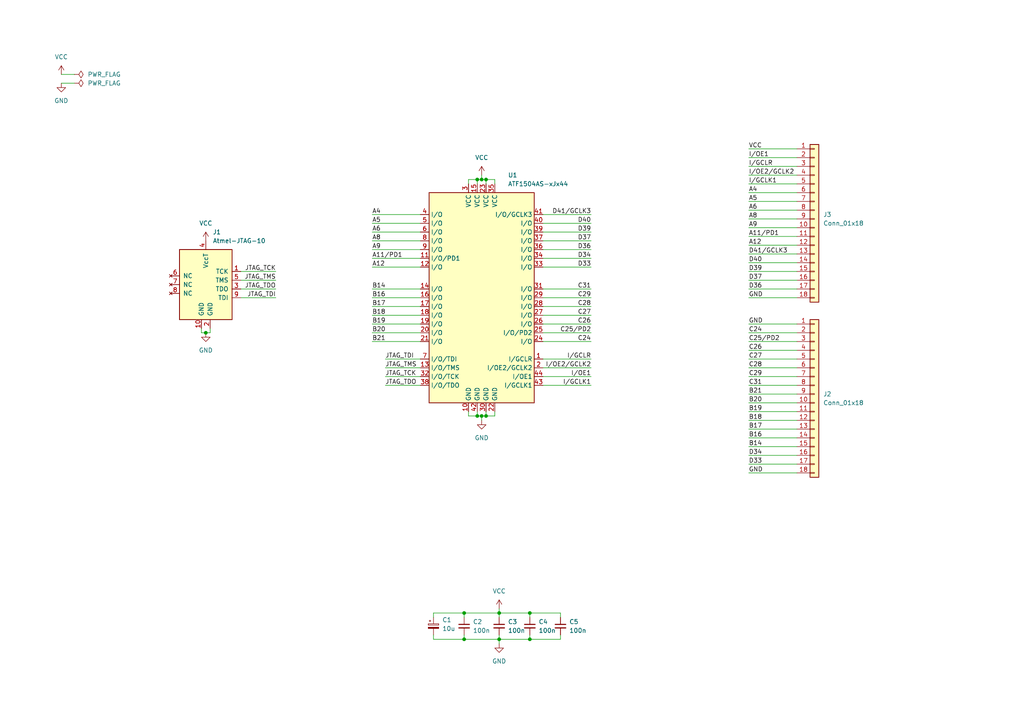
<source format=kicad_sch>
(kicad_sch (version 20230121) (generator eeschema)
  (paper "A4")
  (title_block (title "ATF1504 PLCC44 Breakout") (date "2023-07-15") (rev "B") (comment 2 "https://github.com/adrienkohlbecker/atf1504_plcc44_breakout") (comment 3 "Licensed under CERN-OHL-W v2") (comment 4 "Copyright © Adrien Kohlbecker"))
  (lib_symbols
    (symbol "Connector_Generic:Conn_01x18" (pin_names (offset 1.016) hide)
      (property "Reference" "J" (at 0 22.86 0))
      (property "Value" "Conn_01x18" (at 0 -25.4 0))
      (symbol "Conn_01x18_1_1"
        (rectangle (start -1.27 -22.733) (end 0 -22.987) (stroke (width 0.1524)))
        (rectangle (start -1.27 -20.193) (end 0 -20.447) (stroke (width 0.1524)))
        (rectangle (start -1.27 -17.653) (end 0 -17.907) (stroke (width 0.1524)))
        (rectangle (start -1.27 -15.113) (end 0 -15.367) (stroke (width 0.1524)))
        (rectangle (start -1.27 -12.573) (end 0 -12.827) (stroke (width 0.1524)))
        (rectangle (start -1.27 -10.033) (end 0 -10.287) (stroke (width 0.1524)))
        (rectangle (start -1.27 -7.493) (end 0 -7.747) (stroke (width 0.1524)))
        (rectangle (start -1.27 -4.953) (end 0 -5.207) (stroke (width 0.1524)))
        (rectangle (start -1.27 -2.413) (end 0 -2.667) (stroke (width 0.1524)))
        (rectangle (start -1.27 0.127) (end 0 -0.127) (stroke (width 0.1524)))
        (rectangle (start -1.27 2.667) (end 0 2.413) (stroke (width 0.1524)))
        (rectangle (start -1.27 5.207) (end 0 4.953) (stroke (width 0.1524)))
        (rectangle (start -1.27 7.747) (end 0 7.493) (stroke (width 0.1524)))
        (rectangle (start -1.27 10.287) (end 0 10.033) (stroke (width 0.1524)))
        (rectangle (start -1.27 12.827) (end 0 12.573) (stroke (width 0.1524)))
        (rectangle (start -1.27 15.367) (end 0 15.113) (stroke (width 0.1524)))
        (rectangle (start -1.27 17.907) (end 0 17.653) (stroke (width 0.1524)))
        (rectangle (start -1.27 20.447) (end 0 20.193) (stroke (width 0.1524)))
        (rectangle (start -1.27 21.59) (end 1.27 -24.13) (stroke (width 0.254)) (fill (type background)))
        (pin passive line (at -5.08 20.32 0) (length 3.81) (name "Pin_1") (number "1"))
        (pin passive line (at -5.08 -2.54 0) (length 3.81) (name "Pin_10") (number "10"))
        (pin passive line (at -5.08 -5.08 0) (length 3.81) (name "Pin_11") (number "11"))
        (pin passive line (at -5.08 -7.62 0) (length 3.81) (name "Pin_12") (number "12"))
        (pin passive line (at -5.08 -10.16 0) (length 3.81) (name "Pin_13") (number "13"))
        (pin passive line (at -5.08 -12.7 0) (length 3.81) (name "Pin_14") (number "14"))
        (pin passive line (at -5.08 -15.24 0) (length 3.81) (name "Pin_15") (number "15"))
        (pin passive line (at -5.08 -17.78 0) (length 3.81) (name "Pin_16") (number "16"))
        (pin passive line (at -5.08 -20.32 0) (length 3.81) (name "Pin_17") (number "17"))
        (pin passive line (at -5.08 -22.86 0) (length 3.81) (name "Pin_18") (number "18"))
        (pin passive line (at -5.08 17.78 0) (length 3.81) (name "Pin_2") (number "2"))
        (pin passive line (at -5.08 15.24 0) (length 3.81) (name "Pin_3") (number "3"))
        (pin passive line (at -5.08 12.7 0) (length 3.81) (name "Pin_4") (number "4"))
        (pin passive line (at -5.08 10.16 0) (length 3.81) (name "Pin_5") (number "5"))
        (pin passive line (at -5.08 7.62 0) (length 3.81) (name "Pin_6") (number "6"))
        (pin passive line (at -5.08 5.08 0) (length 3.81) (name "Pin_7") (number "7"))
        (pin passive line (at -5.08 2.54 0) (length 3.81) (name "Pin_8") (number "8"))
        (pin passive line (at -5.08 0 0) (length 3.81) (name "Pin_9") (number "9"))
      )
    )
    (symbol "Device:C_Polarized_Small" (pin_numbers hide) (pin_names (offset 0.254) hide)
      (property "Reference" "C" (at 0.254 1.778 0))
      (property "Value" "C_Polarized_Small" (at 0.254 -2.032 0))
      (symbol "C_Polarized_Small_0_1"
        (rectangle (start -1.524 -0.3048) (end 1.524 -0.6858) (fill (type outline)))
        (rectangle (start -1.524 0.6858) (end 1.524 0.3048))
        (polyline (pts (xy -1.27 1.524) (xy -0.762 1.524)))
        (polyline (pts (xy -1.016 1.27) (xy -1.016 1.778)))
      )
      (symbol "C_Polarized_Small_1_1"
        (pin passive line (at 0 2.54 270) (length 1.8542) (name "~") (number "1"))
        (pin passive line (at 0 -2.54 90) (length 1.8542) (name "~") (number "2"))
      )
    )
    (symbol "Device:C_Small" (pin_numbers hide) (pin_names (offset 0.254) hide)
      (property "Reference" "C" (at 0.254 1.778 0))
      (property "Value" "C_Small" (at 0.254 -2.032 0))
      (symbol "C_Small_0_1"
        (polyline (pts (xy -1.524 -0.508) (xy 1.524 -0.508)) (stroke (width 0.3302)))
        (polyline (pts (xy -1.524 0.508) (xy 1.524 0.508)) (stroke (width 0.3048)))
      )
      (symbol "C_Small_1_1"
        (pin passive line (at 0 2.54 270) (length 2.032) (name "~") (number "1"))
        (pin passive line (at 0 -2.54 90) (length 2.032) (name "~") (number "2"))
      )
    )
    (symbol "atf1504_plcc44_breakout:ATF1504AS-xJx44"
      (property "Reference" "U?" (at 7.62 27.94 0))
      (property "Value" "ATF1504AS-xJx44" (at 7.62 25.4 0))
      (symbol "ATF1504AS-xJx44_0_1"
        (rectangle (start -15.24 22.86) (end 15.24 -38.1) (stroke (width 0.254)) (fill (type background)))
      )
      (symbol "ATF1504AS-xJx44_1_1"
        (pin input line (at 17.78 -25.4 180) (length 2.54) (name "I/GCLR") (number "1"))
        (pin power_in line (at -3.81 -40.64 90) (length 2.54) (name "GND") (number "10"))
        (pin bidirectional line (at -17.78 3.81 0) (length 2.54) (name "I/O/PD1") (number "11"))
        (pin bidirectional line (at -17.78 1.27 0) (length 2.54) (name "I/O") (number "12"))
        (pin bidirectional line (at -17.78 -27.94 0) (length 2.54) (name "I/O/TMS") (number "13"))
        (pin bidirectional line (at -17.78 -5.08 0) (length 2.54) (name "I/O") (number "14"))
        (pin power_in line (at -1.27 25.4 270) (length 2.54) (name "VCC") (number "15"))
        (pin bidirectional line (at -17.78 -7.62 0) (length 2.54) (name "I/O") (number "16"))
        (pin bidirectional line (at -17.78 -10.16 0) (length 2.54) (name "I/O") (number "17"))
        (pin bidirectional line (at -17.78 -12.7 0) (length 2.54) (name "I/O") (number "18"))
        (pin bidirectional line (at -17.78 -15.24 0) (length 2.54) (name "I/O") (number "19"))
        (pin input line (at 17.78 -27.94 180) (length 2.54) (name "I/OE2/GCLK2") (number "2"))
        (pin bidirectional line (at -17.78 -17.78 0) (length 2.54) (name "I/O") (number "20"))
        (pin bidirectional line (at -17.78 -20.32 0) (length 2.54) (name "I/O") (number "21"))
        (pin power_in line (at 3.81 -40.64 90) (length 2.54) (name "GND") (number "22"))
        (pin power_in line (at 1.27 25.4 270) (length 2.54) (name "VCC") (number "23"))
        (pin bidirectional line (at 17.78 -20.32 180) (length 2.54) (name "I/O") (number "24"))
        (pin bidirectional line (at 17.78 -17.78 180) (length 2.54) (name "I/O/PD2") (number "25"))
        (pin bidirectional line (at 17.78 -15.24 180) (length 2.54) (name "I/O") (number "26"))
        (pin bidirectional line (at 17.78 -12.7 180) (length 2.54) (name "I/O") (number "27"))
        (pin bidirectional line (at 17.78 -10.16 180) (length 2.54) (name "I/O") (number "28"))
        (pin bidirectional line (at 17.78 -7.62 180) (length 2.54) (name "I/O") (number "29"))
        (pin power_in line (at -3.81 25.4 270) (length 2.54) (name "VCC") (number "3"))
        (pin power_in line (at 1.27 -40.64 90) (length 2.54) (name "GND") (number "30"))
        (pin bidirectional line (at 17.78 -5.08 180) (length 2.54) (name "I/O") (number "31"))
        (pin bidirectional line (at -17.78 -30.48 0) (length 2.54) (name "I/O/TCK") (number "32"))
        (pin bidirectional line (at 17.78 1.27 180) (length 2.54) (name "I/O") (number "33"))
        (pin bidirectional line (at 17.78 3.81 180) (length 2.54) (name "I/O") (number "34"))
        (pin power_in line (at 3.81 25.4 270) (length 2.54) (name "VCC") (number "35"))
        (pin bidirectional line (at 17.78 6.35 180) (length 2.54) (name "I/O") (number "36"))
        (pin bidirectional line (at 17.78 8.89 180) (length 2.54) (name "I/O") (number "37"))
        (pin bidirectional line (at -17.78 -33.02 0) (length 2.54) (name "I/O/TDO") (number "38"))
        (pin bidirectional line (at 17.78 11.43 180) (length 2.54) (name "I/O") (number "39"))
        (pin bidirectional line (at -17.78 16.51 0) (length 2.54) (name "I/O") (number "4"))
        (pin bidirectional line (at 17.78 13.97 180) (length 2.54) (name "I/O") (number "40"))
        (pin bidirectional line (at 17.78 16.51 180) (length 2.54) (name "I/O/GCLK3") (number "41"))
        (pin power_in line (at -1.27 -40.64 90) (length 2.54) (name "GND") (number "42"))
        (pin input line (at 17.78 -33.02 180) (length 2.54) (name "I/GCLK1") (number "43"))
        (pin input line (at 17.78 -30.48 180) (length 2.54) (name "I/OE1") (number "44"))
        (pin bidirectional line (at -17.78 13.97 0) (length 2.54) (name "I/O") (number "5"))
        (pin bidirectional line (at -17.78 11.43 0) (length 2.54) (name "I/O") (number "6"))
        (pin bidirectional line (at -17.78 -25.4 0) (length 2.54) (name "I/O/TDI") (number "7"))
        (pin bidirectional line (at -17.78 8.89 0) (length 2.54) (name "I/O") (number "8"))
        (pin bidirectional line (at -17.78 6.35 0) (length 2.54) (name "I/O") (number "9"))
      )
    )
    (symbol "atf1504_plcc44_breakout:Atmel-JTAG-10" (pin_names (offset 1.016))
      (property "Reference" "J" (at -7.62 11.43 0))
      (property "Value" "Atmel-JTAG-10" (at 2.54 11.43 0))
      (symbol "Atmel-JTAG-10_0_1"
        (rectangle (start -7.62 10.16) (end 7.62 -10.16) (stroke (width 0.254)) (fill (type background)))
      )
      (symbol "Atmel-JTAG-10_1_1"
        (pin output line (at 10.16 3.81 180) (length 2.54) (name "TCK") (number "1"))
        (pin power_in line (at -1.27 -12.7 90) (length 2.54) (name "GND") (number "10"))
        (pin passive line (at 1.27 -12.7 90) (length 2.54) (name "GND") (number "2"))
        (pin input line (at 10.16 -1.27 180) (length 2.54) (name "TDO") (number "3"))
        (pin power_in line (at 0 12.7 270) (length 2.54) (name "VccT") (number "4"))
        (pin output line (at 10.16 1.27 180) (length 2.54) (name "TMS") (number "5"))
        (pin no_connect line (at -10.16 2.54 0) (length 2.54) (name "NC") (number "6"))
        (pin no_connect line (at -10.16 0 0) (length 2.54) (name "NC") (number "7"))
        (pin no_connect line (at -10.16 -2.54 0) (length 2.54) (name "NC") (number "8"))
        (pin output line (at 10.16 -3.81 180) (length 2.54) (name "TDI") (number "9"))
      )
    )
    (symbol "power:GND" (power) (pin_names (offset 0))
      (property "Value" "GND" (at 0 -3.81 0))
      (symbol "GND_0_1"
        (polyline (pts (xy 0 0) (xy 0 -1.27) (xy 1.27 -1.27) (xy 0 -2.54) (xy -1.27 -1.27) (xy 0 -1.27)))
      )
      (symbol "GND_1_1"
        (pin power_in line (at 0 0 270) (length 0) hide (name "GND") (number "1"))
      )
    )
    (symbol "power:PWR_FLAG" (power) (pin_numbers hide) (pin_names (offset 0) hide)
      (property "Value" "PWR_FLAG" (at 0 3.81 0))
      (symbol "PWR_FLAG_0_0"
        (pin power_out line (at 0 0 90) (length 0) (name "pwr") (number "1"))
      )
      (symbol "PWR_FLAG_0_1"
        (polyline (pts (xy 0 0) (xy 0 1.27) (xy -1.016 1.905) (xy 0 2.54) (xy 1.016 1.905) (xy 0 1.27)))
      )
    )
    (symbol "power:VCC" (power) (pin_names (offset 0))
      (property "Value" "VCC" (at 0 3.81 0))
      (symbol "VCC_0_1"
        (polyline (pts (xy -0.762 1.27) (xy 0 2.54)))
        (polyline (pts (xy 0 0) (xy 0 2.54)))
        (polyline (pts (xy 0 2.54) (xy 0.762 1.27)))
      )
      (symbol "VCC_1_1"
        (pin power_in line (at 0 0 90) (length 0) hide (name "VCC") (number "1"))
      )
    )
  )
  (junction (at 144.78 177.8))
  (junction (at 138.43 120.65))
  (junction (at 138.43 52.07))
  (junction (at 59.69 96.52))
  (junction (at 140.97 120.65))
  (junction (at 134.62 185.42))
  (junction (at 153.67 177.8))
  (junction (at 139.7 52.07))
  (junction (at 153.67 185.42))
  (junction (at 144.78 185.42))
  (junction (at 139.7 120.65))
  (junction (at 140.97 52.07))
  (junction (at 134.62 177.8))
  (wire (pts (xy 139.7 120.65) (xy 139.7 121.92)))
  (wire (pts (xy 153.67 177.8) (xy 162.56 177.8)))
  (wire (pts (xy 171.45 72.39) (xy 157.48 72.39)))
  (wire (pts (xy 171.45 62.23) (xy 157.48 62.23)))
  (wire (pts (xy 134.62 177.8) (xy 134.62 179.07)))
  (wire (pts (xy 107.95 64.77) (xy 121.92 64.77)))
  (wire (pts (xy 107.95 67.31) (xy 121.92 67.31)))
  (wire (pts (xy 121.92 111.76) (xy 111.76 111.76)))
  (wire (pts (xy 153.67 177.8) (xy 153.67 179.07)))
  (wire (pts (xy 69.85 81.28) (xy 80.01 81.28)))
  (wire (pts (xy 17.78 24.13) (xy 21.59 24.13)))
  (wire (pts (xy 171.45 69.85) (xy 157.48 69.85)))
  (wire (pts (xy 144.78 177.8) (xy 153.67 177.8)))
  (wire (pts (xy 217.17 116.84) (xy 231.14 116.84)))
  (wire (pts (xy 171.45 83.82) (xy 157.48 83.82)))
  (wire (pts (xy 69.85 86.36) (xy 80.01 86.36)))
  (wire (pts (xy 217.17 58.42) (xy 231.14 58.42)))
  (wire (pts (xy 121.92 106.68) (xy 111.76 106.68)))
  (wire (pts (xy 139.7 120.65) (xy 138.43 120.65)))
  (wire (pts (xy 107.95 88.9) (xy 121.92 88.9)))
  (wire (pts (xy 217.17 76.2) (xy 231.14 76.2)))
  (wire (pts (xy 107.95 91.44) (xy 121.92 91.44)))
  (wire (pts (xy 134.62 177.8) (xy 125.73 177.8)))
  (wire (pts (xy 217.17 134.62) (xy 231.14 134.62)))
  (wire (pts (xy 139.7 50.8) (xy 139.7 52.07)))
  (wire (pts (xy 153.67 185.42) (xy 153.67 184.15)))
  (wire (pts (xy 162.56 185.42) (xy 162.56 184.15)))
  (wire (pts (xy 217.17 45.72) (xy 231.14 45.72)))
  (wire (pts (xy 171.45 104.14) (xy 157.48 104.14)))
  (wire (pts (xy 59.69 96.52) (xy 60.96 96.52)))
  (wire (pts (xy 69.85 83.82) (xy 80.01 83.82)))
  (wire (pts (xy 171.45 74.93) (xy 157.48 74.93)))
  (wire (pts (xy 217.17 66.04) (xy 231.14 66.04)))
  (wire (pts (xy 217.17 119.38) (xy 231.14 119.38)))
  (wire (pts (xy 217.17 132.08) (xy 231.14 132.08)))
  (wire (pts (xy 138.43 119.38) (xy 138.43 120.65)))
  (wire (pts (xy 153.67 185.42) (xy 162.56 185.42)))
  (wire (pts (xy 107.95 86.36) (xy 121.92 86.36)))
  (wire (pts (xy 144.78 185.42) (xy 144.78 186.69)))
  (wire (pts (xy 217.17 106.68) (xy 231.14 106.68)))
  (wire (pts (xy 217.17 124.46) (xy 231.14 124.46)))
  (wire (pts (xy 144.78 185.42) (xy 144.78 184.15)))
  (wire (pts (xy 217.17 137.16) (xy 231.14 137.16)))
  (wire (pts (xy 58.42 96.52) (xy 58.42 95.25)))
  (wire (pts (xy 217.17 99.06) (xy 231.14 99.06)))
  (wire (pts (xy 217.17 129.54) (xy 231.14 129.54)))
  (wire (pts (xy 140.97 120.65) (xy 139.7 120.65)))
  (wire (pts (xy 171.45 111.76) (xy 157.48 111.76)))
  (wire (pts (xy 217.17 109.22) (xy 231.14 109.22)))
  (wire (pts (xy 138.43 53.34) (xy 138.43 52.07)))
  (wire (pts (xy 107.95 96.52) (xy 121.92 96.52)))
  (wire (pts (xy 138.43 52.07) (xy 139.7 52.07)))
  (wire (pts (xy 140.97 52.07) (xy 140.97 53.34)))
  (wire (pts (xy 217.17 71.12) (xy 231.14 71.12)))
  (wire (pts (xy 143.51 119.38) (xy 143.51 120.65)))
  (wire (pts (xy 171.45 86.36) (xy 157.48 86.36)))
  (wire (pts (xy 121.92 104.14) (xy 111.76 104.14)))
  (wire (pts (xy 60.96 96.52) (xy 60.96 95.25)))
  (wire (pts (xy 217.17 55.88) (xy 231.14 55.88)))
  (wire (pts (xy 171.45 77.47) (xy 157.48 77.47)))
  (wire (pts (xy 125.73 177.8) (xy 125.73 179.07)))
  (wire (pts (xy 217.17 121.92) (xy 231.14 121.92)))
  (wire (pts (xy 135.89 120.65) (xy 135.89 119.38)))
  (wire (pts (xy 162.56 177.8) (xy 162.56 179.07)))
  (wire (pts (xy 217.17 60.96) (xy 231.14 60.96)))
  (wire (pts (xy 135.89 53.34) (xy 135.89 52.07)))
  (wire (pts (xy 143.51 52.07) (xy 143.51 53.34)))
  (wire (pts (xy 217.17 81.28) (xy 231.14 81.28)))
  (wire (pts (xy 107.95 77.47) (xy 121.92 77.47)))
  (wire (pts (xy 107.95 72.39) (xy 121.92 72.39)))
  (wire (pts (xy 69.85 78.74) (xy 80.01 78.74)))
  (wire (pts (xy 217.17 96.52) (xy 231.14 96.52)))
  (wire (pts (xy 107.95 93.98) (xy 121.92 93.98)))
  (wire (pts (xy 217.17 101.6) (xy 231.14 101.6)))
  (wire (pts (xy 217.17 86.36) (xy 231.14 86.36)))
  (wire (pts (xy 135.89 52.07) (xy 138.43 52.07)))
  (wire (pts (xy 217.17 68.58) (xy 231.14 68.58)))
  (wire (pts (xy 125.73 185.42) (xy 125.73 184.15)))
  (wire (pts (xy 107.95 74.93) (xy 121.92 74.93)))
  (wire (pts (xy 171.45 96.52) (xy 157.48 96.52)))
  (wire (pts (xy 121.92 109.22) (xy 111.76 109.22)))
  (wire (pts (xy 171.45 88.9) (xy 157.48 88.9)))
  (wire (pts (xy 107.95 69.85) (xy 121.92 69.85)))
  (wire (pts (xy 171.45 106.68) (xy 157.48 106.68)))
  (wire (pts (xy 144.78 177.8) (xy 144.78 179.07)))
  (wire (pts (xy 217.17 83.82) (xy 231.14 83.82)))
  (wire (pts (xy 171.45 67.31) (xy 157.48 67.31)))
  (wire (pts (xy 144.78 177.8) (xy 134.62 177.8)))
  (wire (pts (xy 17.78 21.59) (xy 21.59 21.59)))
  (wire (pts (xy 171.45 109.22) (xy 157.48 109.22)))
  (wire (pts (xy 217.17 53.34) (xy 231.14 53.34)))
  (wire (pts (xy 217.17 50.8) (xy 231.14 50.8)))
  (wire (pts (xy 171.45 99.06) (xy 157.48 99.06)))
  (wire (pts (xy 217.17 114.3) (xy 231.14 114.3)))
  (wire (pts (xy 217.17 93.98) (xy 231.14 93.98)))
  (wire (pts (xy 217.17 73.66) (xy 231.14 73.66)))
  (wire (pts (xy 140.97 119.38) (xy 140.97 120.65)))
  (wire (pts (xy 171.45 91.44) (xy 157.48 91.44)))
  (wire (pts (xy 217.17 78.74) (xy 231.14 78.74)))
  (wire (pts (xy 134.62 185.42) (xy 134.62 184.15)))
  (wire (pts (xy 107.95 62.23) (xy 121.92 62.23)))
  (wire (pts (xy 144.78 185.42) (xy 153.67 185.42)))
  (wire (pts (xy 217.17 48.26) (xy 231.14 48.26)))
  (wire (pts (xy 143.51 120.65) (xy 140.97 120.65)))
  (wire (pts (xy 125.73 185.42) (xy 134.62 185.42)))
  (wire (pts (xy 144.78 176.53) (xy 144.78 177.8)))
  (wire (pts (xy 217.17 63.5) (xy 231.14 63.5)))
  (wire (pts (xy 217.17 43.18) (xy 231.14 43.18)))
  (wire (pts (xy 107.95 83.82) (xy 121.92 83.82)))
  (wire (pts (xy 171.45 64.77) (xy 157.48 64.77)))
  (wire (pts (xy 217.17 111.76) (xy 231.14 111.76)))
  (wire (pts (xy 134.62 185.42) (xy 144.78 185.42)))
  (wire (pts (xy 138.43 120.65) (xy 135.89 120.65)))
  (wire (pts (xy 59.69 96.52) (xy 58.42 96.52)))
  (wire (pts (xy 107.95 99.06) (xy 121.92 99.06)))
  (wire (pts (xy 139.7 52.07) (xy 140.97 52.07)))
  (wire (pts (xy 217.17 127) (xy 231.14 127)))
  (wire (pts (xy 217.17 104.14) (xy 231.14 104.14)))
  (wire (pts (xy 171.45 93.98) (xy 157.48 93.98)))
  (wire (pts (xy 140.97 52.07) (xy 143.51 52.07)))
  (label "B20" (at 107.95 96.52 0))
  (label "A8" (at 107.95 69.85 0))
  (label "C28" (at 171.45 88.9 180))
  (label "B19" (at 107.95 93.98 0))
  (label "I{slash}GCLR" (at 217.17 48.26 0))
  (label "GND" (at 217.17 137.16 0))
  (label "B17" (at 217.17 124.46 0))
  (label "D37" (at 171.45 69.85 180))
  (label "JTAG_TCK" (at 111.76 109.22 0))
  (label "JTAG_TDI" (at 111.76 104.14 0))
  (label "C28" (at 217.17 106.68 0))
  (label "D39" (at 217.17 78.74 0))
  (label "D34" (at 171.45 74.93 180))
  (label "C31" (at 217.17 111.76 0))
  (label "C24" (at 171.45 99.06 180))
  (label "B21" (at 107.95 99.06 0))
  (label "D41{slash}GCLK3" (at 217.17 73.66 0))
  (label "C29" (at 217.17 109.22 0))
  (label "A5" (at 107.95 64.77 0))
  (label "I{slash}OE2{slash}GCLK2" (at 217.17 50.8 0))
  (label "JTAG_TMS" (at 111.76 106.68 0))
  (label "A4" (at 107.95 62.23 0))
  (label "JTAG_TDI" (at 80.01 86.36 180))
  (label "I{slash}OE2{slash}GCLK2" (at 171.45 106.68 180))
  (label "C25{slash}PD2" (at 217.17 99.06 0))
  (label "A12" (at 217.17 71.12 0))
  (label "I{slash}GCLK1" (at 217.17 53.34 0))
  (label "VCC" (at 217.17 43.18 0))
  (label "D40" (at 171.45 64.77 180))
  (label "A12" (at 107.95 77.47 0))
  (label "B14" (at 107.95 83.82 0))
  (label "C31" (at 171.45 83.82 180))
  (label "D37" (at 217.17 81.28 0))
  (label "B16" (at 217.17 127 0))
  (label "GND" (at 217.17 86.36 0))
  (label "I{slash}GCLR" (at 171.45 104.14 180))
  (label "D33" (at 171.45 77.47 180))
  (label "A6" (at 217.17 60.96 0))
  (label "C25{slash}PD2" (at 171.45 96.52 180))
  (label "C26" (at 217.17 101.6 0))
  (label "GND" (at 217.17 93.98 0))
  (label "B18" (at 217.17 121.92 0))
  (label "B19" (at 217.17 119.38 0))
  (label "JTAG_TDO" (at 80.01 83.82 180))
  (label "D33" (at 217.17 134.62 0))
  (label "JTAG_TMS" (at 80.01 81.28 180))
  (label "D36" (at 171.45 72.39 180))
  (label "I{slash}OE1" (at 171.45 109.22 180))
  (label "A11{slash}PD1" (at 217.17 68.58 0))
  (label "A4" (at 217.17 55.88 0))
  (label "D34" (at 217.17 132.08 0))
  (label "A5" (at 217.17 58.42 0))
  (label "JTAG_TDO" (at 111.76 111.76 0))
  (label "D36" (at 217.17 83.82 0))
  (label "D40" (at 217.17 76.2 0))
  (label "JTAG_TCK" (at 80.01 78.74 180))
  (label "B16" (at 107.95 86.36 0))
  (label "B21" (at 217.17 114.3 0))
  (label "C27" (at 217.17 104.14 0))
  (label "D39" (at 171.45 67.31 180))
  (label "B18" (at 107.95 91.44 0))
  (label "A6" (at 107.95 67.31 0))
  (label "D41{slash}GCLK3" (at 171.45 62.23 180))
  (label "C26" (at 171.45 93.98 180))
  (label "B14" (at 217.17 129.54 0))
  (label "C24" (at 217.17 96.52 0))
  (label "A11{slash}PD1" (at 107.95 74.93 0))
  (label "C29" (at 171.45 86.36 180))
  (label "B20" (at 217.17 116.84 0))
  (label "A8" (at 217.17 63.5 0))
  (label "I{slash}OE1" (at 217.17 45.72 0))
  (label "I{slash}GCLK1" (at 171.45 111.76 180))
  (label "A9" (at 107.95 72.39 0))
  (label "A9" (at 217.17 66.04 0))
  (label "C27" (at 171.45 91.44 180))
  (label "B17" (at 107.95 88.9 0))
  (symbol (lib_id "power:VCC") (at 144.78 176.53 0) (unit 1)
    (property "Reference" "#PWR05" (effects hide))
    (property "Value" "VCC" (at 144.78 171.45 0))
  )
  (symbol (lib_id "power:VCC") (at 139.7 50.8 0) (unit 1)
    (property "Reference" "#PWR07" (effects hide))
    (property "Value" "VCC" (at 139.7 45.72 0))
  )
  (symbol (lib_id "power:VCC") (at 17.78 21.59 0) (unit 1)
    (property "Reference" "#PWR01" (effects hide))
    (property "Value" "VCC" (at 17.78 16.51 0))
  )
  (symbol (lib_id "Device:C_Polarized_Small") (at 125.73 181.61 0) (unit 1)
    (property "Reference" "C1" (at 128.27 179.7939 0) (effects (justify left)))
    (property "Value" "10u" (at 128.27 182.3339 0) (effects (justify left)))
    (property "Footprint" "Capacitor_THT:CP_Radial_D4.0mm_P1.50mm" (effects hide))
  )
  (symbol (lib_id "Connector_Generic:Conn_01x18") (at 236.22 63.5 0) (unit 1)
    (property "Reference" "J3" (at 238.76 62.2299 0) (effects (justify left)))
    (property "Value" "Conn_01x18" (at 238.76 64.7699 0) (effects (justify left)))
    (property "Footprint" "Connector_PinHeader_2.54mm:PinHeader_1x18_P2.54mm_Vertical" (effects hide))
  )
  (symbol (lib_id "power:GND") (at 144.78 186.69 0) (unit 1)
    (property "Reference" "#PWR06" (effects hide))
    (property "Value" "GND" (at 144.78 191.77 0))
  )
  (symbol (lib_id "Device:C_Small") (at 162.56 181.61 0) (unit 1)
    (property "Reference" "C5" (at 165.1 180.3462 0) (effects (justify left)))
    (property "Value" "100n" (at 165.1 182.8862 0) (effects (justify left)))
    (property "Footprint" "Capacitor_SMD:C_0805_2012Metric_Pad1.18x1.45mm_HandSolder" (effects hide))
  )
  (symbol (lib_id "atf1504_plcc44_breakout:ATF1504AS-xJx44") (at 139.7 78.74 0) (unit 1)
    (property "Reference" "U1" (at 147.32 50.8 0) (effects (justify left)))
    (property "Value" "ATF1504AS-xJx44" (at 147.32 53.34 0) (effects (justify left)))
    (property "Footprint" "Package_LCC:PLCC-44_THT-Socket" (effects hide))
    (property "Datasheet" "http://ww1.microchip.com/downloads/en/DeviceDoc/Atmel-0995-CPLD-ATF1502AS(L)-Datasheet.pdf" (effects hide))
  )
  (symbol (lib_id "power:GND") (at 59.69 96.52 0) (unit 1)
    (property "Reference" "#PWR04" (effects hide))
    (property "Value" "GND" (at 59.69 101.6 0))
  )
  (symbol (lib_id "power:GND") (at 139.7 121.92 0) (unit 1)
    (property "Reference" "#PWR08" (effects hide))
    (property "Value" "GND" (at 139.7 127 0))
  )
  (symbol (lib_id "atf1504_plcc44_breakout:Atmel-JTAG-10") (at 59.69 82.55 0) (unit 1)
    (property "Reference" "J1" (at 61.7094 67.31 0) (effects (justify left)))
    (property "Value" "Atmel-JTAG-10" (at 61.7094 69.85 0) (effects (justify left)))
    (property "Footprint" "Connector_IDC:IDC-Header_2x05_P2.54mm_Vertical" (effects hide))
    (property "Datasheet" " ~" (effects hide))
  )
  (symbol (lib_id "power:VCC") (at 59.69 69.85 0) (unit 1)
    (property "Reference" "#PWR03" (effects hide))
    (property "Value" "VCC" (at 59.69 64.77 0))
  )
  (symbol (lib_id "power:PWR_FLAG") (at 21.59 21.59 270) (unit 1)
    (property "Reference" "#FLG01" (effects hide))
    (property "Value" "PWR_FLAG" (at 25.4 21.5899 90) (effects (justify left)))
  )
  (symbol (lib_id "Connector_Generic:Conn_01x18") (at 236.22 114.3 0) (unit 1)
    (property "Reference" "J2" (at 238.76 114.2999 0) (effects (justify left)))
    (property "Value" "Conn_01x18" (at 238.76 116.8399 0) (effects (justify left)))
    (property "Footprint" "Connector_PinHeader_2.54mm:PinHeader_1x18_P2.54mm_Vertical" (effects hide))
  )
  (symbol (lib_id "power:PWR_FLAG") (at 21.59 24.13 270) (unit 1)
    (property "Reference" "#FLG02" (effects hide))
    (property "Value" "PWR_FLAG" (at 25.4 24.1299 90) (effects (justify left)))
  )
  (symbol (lib_id "Device:C_Small") (at 153.67 181.61 0) (unit 1)
    (property "Reference" "C4" (at 156.21 180.3462 0) (effects (justify left)))
    (property "Value" "100n" (at 156.21 182.8862 0) (effects (justify left)))
    (property "Footprint" "Capacitor_SMD:C_0805_2012Metric_Pad1.18x1.45mm_HandSolder" (effects hide))
  )
  (symbol (lib_id "Device:C_Small") (at 144.78 181.61 0) (unit 1)
    (property "Reference" "C3" (at 147.32 180.3462 0) (effects (justify left)))
    (property "Value" "100n" (at 147.32 182.8862 0) (effects (justify left)))
    (property "Footprint" "Capacitor_SMD:C_0805_2012Metric_Pad1.18x1.45mm_HandSolder" (effects hide))
  )
  (symbol (lib_id "Device:C_Small") (at 134.62 181.61 0) (unit 1)
    (property "Reference" "C2" (at 137.16 180.3462 0) (effects (justify left)))
    (property "Value" "100n" (at 137.16 182.8862 0) (effects (justify left)))
    (property "Footprint" "Capacitor_SMD:C_0805_2012Metric_Pad1.18x1.45mm_HandSolder" (effects hide))
  )
  (symbol (lib_id "power:GND") (at 17.78 24.13 0) (unit 1)
    (property "Reference" "#PWR02" (effects hide))
    (property "Value" "GND" (at 17.78 29.21 0))
  )
)
</source>
